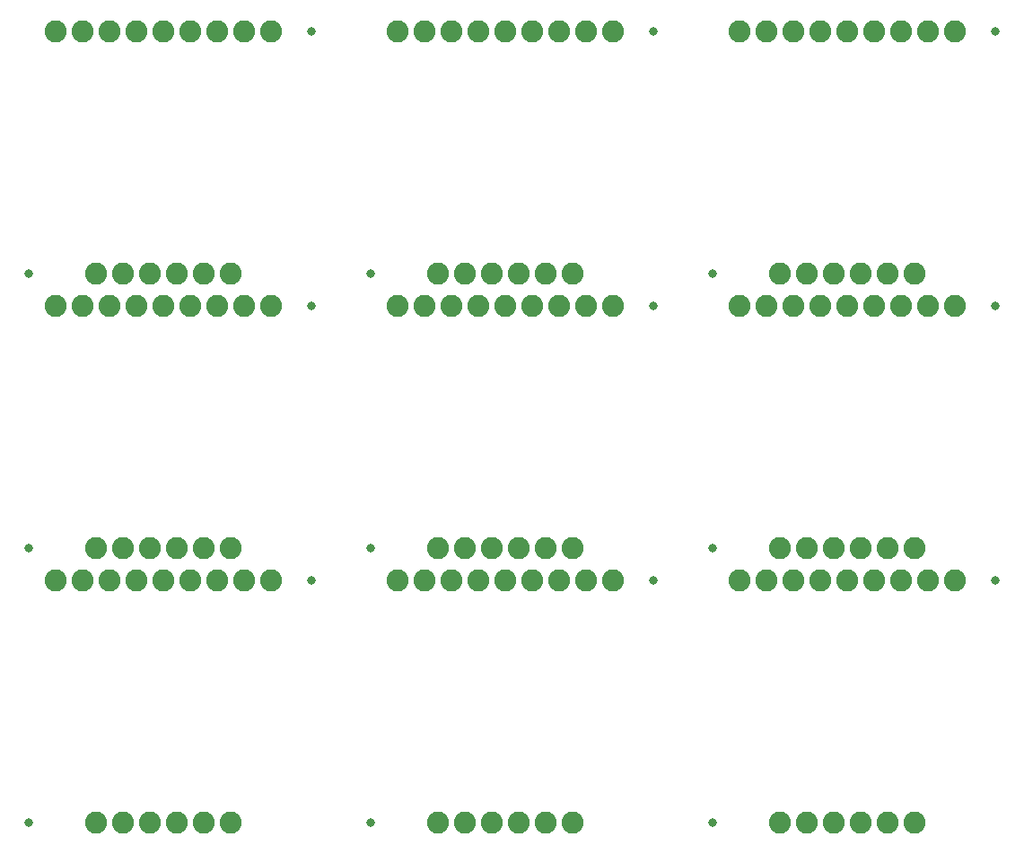
<source format=gbs>
G75*
%MOIN*%
%OFA0B0*%
%FSLAX25Y25*%
%IPPOS*%
%LPD*%
%AMOC8*
5,1,8,0,0,1.08239X$1,22.5*
%
%ADD10C,0.08200*%
%ADD11C,0.03300*%
D10*
X0068500Y0033500D03*
X0078500Y0033500D03*
X0088500Y0033500D03*
X0098500Y0033500D03*
X0108500Y0033500D03*
X0118500Y0033500D03*
X0195500Y0033500D03*
X0205500Y0033500D03*
X0215500Y0033500D03*
X0225500Y0033500D03*
X0235500Y0033500D03*
X0245500Y0033500D03*
X0322500Y0033500D03*
X0332500Y0033500D03*
X0342500Y0033500D03*
X0352500Y0033500D03*
X0362500Y0033500D03*
X0372500Y0033500D03*
X0367500Y0123500D03*
X0377500Y0123500D03*
X0387500Y0123500D03*
X0372500Y0135500D03*
X0362500Y0135500D03*
X0352500Y0135500D03*
X0342500Y0135500D03*
X0332500Y0135500D03*
X0322500Y0135500D03*
X0317500Y0123500D03*
X0307500Y0123500D03*
X0327500Y0123500D03*
X0337500Y0123500D03*
X0347500Y0123500D03*
X0357500Y0123500D03*
X0260500Y0123500D03*
X0250500Y0123500D03*
X0240500Y0123500D03*
X0230500Y0123500D03*
X0220500Y0123500D03*
X0210500Y0123500D03*
X0200500Y0123500D03*
X0190500Y0123500D03*
X0180500Y0123500D03*
X0195500Y0135500D03*
X0205500Y0135500D03*
X0215500Y0135500D03*
X0225500Y0135500D03*
X0235500Y0135500D03*
X0245500Y0135500D03*
X0240500Y0225500D03*
X0250500Y0225500D03*
X0260500Y0225500D03*
X0245500Y0237500D03*
X0235500Y0237500D03*
X0225500Y0237500D03*
X0215500Y0237500D03*
X0205500Y0237500D03*
X0195500Y0237500D03*
X0190500Y0225500D03*
X0180500Y0225500D03*
X0200500Y0225500D03*
X0210500Y0225500D03*
X0220500Y0225500D03*
X0230500Y0225500D03*
X0307500Y0225500D03*
X0317500Y0225500D03*
X0327500Y0225500D03*
X0337500Y0225500D03*
X0347500Y0225500D03*
X0357500Y0225500D03*
X0367500Y0225500D03*
X0377500Y0225500D03*
X0387500Y0225500D03*
X0372500Y0237500D03*
X0362500Y0237500D03*
X0352500Y0237500D03*
X0342500Y0237500D03*
X0332500Y0237500D03*
X0322500Y0237500D03*
X0317500Y0327500D03*
X0307500Y0327500D03*
X0327500Y0327500D03*
X0337500Y0327500D03*
X0347500Y0327500D03*
X0357500Y0327500D03*
X0367500Y0327500D03*
X0377500Y0327500D03*
X0387500Y0327500D03*
X0260500Y0327500D03*
X0250500Y0327500D03*
X0240500Y0327500D03*
X0230500Y0327500D03*
X0220500Y0327500D03*
X0210500Y0327500D03*
X0200500Y0327500D03*
X0190500Y0327500D03*
X0180500Y0327500D03*
X0133500Y0327500D03*
X0123500Y0327500D03*
X0113500Y0327500D03*
X0103500Y0327500D03*
X0093500Y0327500D03*
X0083500Y0327500D03*
X0073500Y0327500D03*
X0063500Y0327500D03*
X0053500Y0327500D03*
X0068500Y0237500D03*
X0078500Y0237500D03*
X0088500Y0237500D03*
X0098500Y0237500D03*
X0108500Y0237500D03*
X0118500Y0237500D03*
X0113500Y0225500D03*
X0123500Y0225500D03*
X0133500Y0225500D03*
X0103500Y0225500D03*
X0093500Y0225500D03*
X0083500Y0225500D03*
X0073500Y0225500D03*
X0063500Y0225500D03*
X0053500Y0225500D03*
X0068500Y0135500D03*
X0078500Y0135500D03*
X0088500Y0135500D03*
X0098500Y0135500D03*
X0108500Y0135500D03*
X0118500Y0135500D03*
X0113500Y0123500D03*
X0123500Y0123500D03*
X0133500Y0123500D03*
X0103500Y0123500D03*
X0093500Y0123500D03*
X0083500Y0123500D03*
X0073500Y0123500D03*
X0063500Y0123500D03*
X0053500Y0123500D03*
D11*
X0043500Y0033500D03*
X0148500Y0123500D03*
X0170500Y0135500D03*
X0148500Y0225500D03*
X0170500Y0237500D03*
X0148500Y0327500D03*
X0043500Y0237500D03*
X0043500Y0135500D03*
X0170500Y0033500D03*
X0275500Y0123500D03*
X0297500Y0135500D03*
X0275500Y0225500D03*
X0297500Y0237500D03*
X0275500Y0327500D03*
X0402500Y0327500D03*
X0402500Y0225500D03*
X0402500Y0123500D03*
X0297500Y0033500D03*
M02*

</source>
